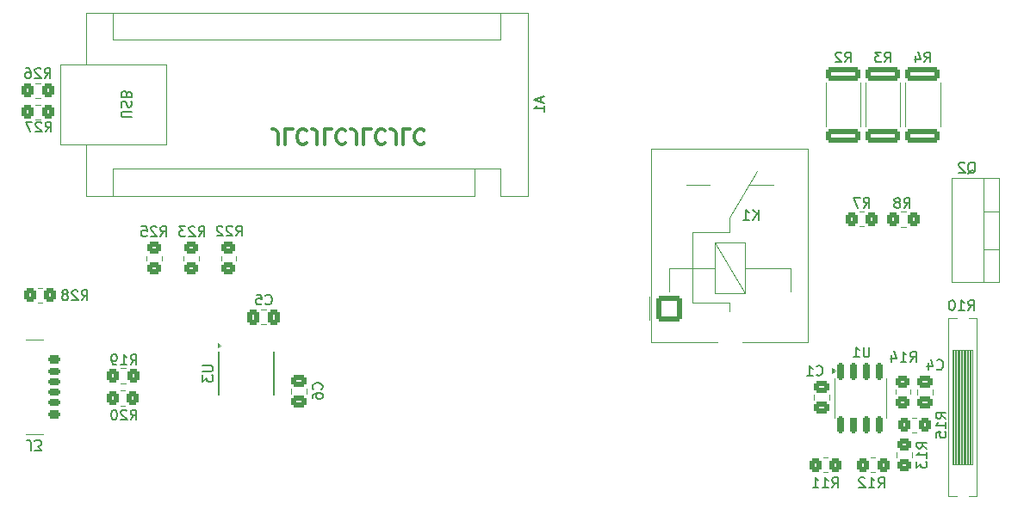
<source format=gbo>
G04 #@! TF.GenerationSoftware,KiCad,Pcbnew,8.0.3*
G04 #@! TF.CreationDate,2024-06-12T20:13:02+02:00*
G04 #@! TF.ProjectId,Li Ion Doctor,4c692049-6f6e-4204-946f-63746f722e6b,1*
G04 #@! TF.SameCoordinates,Original*
G04 #@! TF.FileFunction,Legend,Bot*
G04 #@! TF.FilePolarity,Positive*
%FSLAX46Y46*%
G04 Gerber Fmt 4.6, Leading zero omitted, Abs format (unit mm)*
G04 Created by KiCad (PCBNEW 8.0.3) date 2024-06-12 20:13:02*
%MOMM*%
%LPD*%
G01*
G04 APERTURE LIST*
G04 Aperture macros list*
%AMRoundRect*
0 Rectangle with rounded corners*
0 $1 Rounding radius*
0 $2 $3 $4 $5 $6 $7 $8 $9 X,Y pos of 4 corners*
0 Add a 4 corners polygon primitive as box body*
4,1,4,$2,$3,$4,$5,$6,$7,$8,$9,$2,$3,0*
0 Add four circle primitives for the rounded corners*
1,1,$1+$1,$2,$3*
1,1,$1+$1,$4,$5*
1,1,$1+$1,$6,$7*
1,1,$1+$1,$8,$9*
0 Add four rect primitives between the rounded corners*
20,1,$1+$1,$2,$3,$4,$5,0*
20,1,$1+$1,$4,$5,$6,$7,0*
20,1,$1+$1,$6,$7,$8,$9,0*
20,1,$1+$1,$8,$9,$2,$3,0*%
G04 Aperture macros list end*
%ADD10C,0.300000*%
%ADD11C,0.150000*%
%ADD12C,0.120000*%
%ADD13C,0.152400*%
%ADD14C,2.400000*%
%ADD15R,2.000000X2.000000*%
%ADD16C,2.000000*%
%ADD17R,3.200000X2.000000*%
%ADD18O,1.600000X2.000000*%
%ADD19C,1.524000*%
%ADD20R,2.032000X1.270000*%
%ADD21RoundRect,0.250000X-0.450000X0.350000X-0.450000X-0.350000X0.450000X-0.350000X0.450000X0.350000X0*%
%ADD22RoundRect,0.249999X-1.425001X0.450001X-1.425001X-0.450001X1.425001X-0.450001X1.425001X0.450001X0*%
%ADD23C,2.500000*%
%ADD24RoundRect,0.250000X-0.475000X0.337500X-0.475000X-0.337500X0.475000X-0.337500X0.475000X0.337500X0*%
%ADD25RoundRect,0.250000X0.475000X-0.337500X0.475000X0.337500X-0.475000X0.337500X-0.475000X-0.337500X0*%
%ADD26RoundRect,0.250000X0.337500X0.475000X-0.337500X0.475000X-0.337500X-0.475000X0.337500X-0.475000X0*%
%ADD27RoundRect,0.250000X0.450000X-0.350000X0.450000X0.350000X-0.450000X0.350000X-0.450000X-0.350000X0*%
%ADD28RoundRect,0.250000X-0.350000X-0.450000X0.350000X-0.450000X0.350000X0.450000X-0.350000X0.450000X0*%
%ADD29RoundRect,0.250000X-1.000000X-1.000000X1.000000X-1.000000X1.000000X1.000000X-1.000000X1.000000X0*%
%ADD30R,2.000000X1.905000*%
%ADD31O,2.000000X1.905000*%
%ADD32RoundRect,0.250000X0.350000X0.450000X-0.350000X0.450000X-0.350000X-0.450000X0.350000X-0.450000X0*%
%ADD33RoundRect,0.150000X-0.150000X0.675000X-0.150000X-0.675000X0.150000X-0.675000X0.150000X0.675000X0*%
%ADD34R,0.558800X1.663700*%
%ADD35R,3.403600X2.514600*%
%ADD36R,1.600000X1.600000*%
%ADD37O,1.600000X1.600000*%
%ADD38RoundRect,0.175000X0.425000X-0.175000X0.425000X0.175000X-0.425000X0.175000X-0.425000X-0.175000X0*%
%ADD39RoundRect,0.190000X-0.410000X0.190000X-0.410000X-0.190000X0.410000X-0.190000X0.410000X0.190000X0*%
%ADD40RoundRect,0.200000X-0.400000X0.200000X-0.400000X-0.200000X0.400000X-0.200000X0.400000X0.200000X0*%
%ADD41RoundRect,0.175000X-0.425000X0.175000X-0.425000X-0.175000X0.425000X-0.175000X0.425000X0.175000X0*%
%ADD42RoundRect,0.190000X0.410000X-0.190000X0.410000X0.190000X-0.410000X0.190000X-0.410000X-0.190000X0*%
%ADD43RoundRect,0.200000X0.400000X-0.200000X0.400000X0.200000X-0.400000X0.200000X-0.400000X-0.200000X0*%
%ADD44O,1.700000X1.100000*%
%ADD45C,1.100000*%
G04 APERTURE END LIST*
D10*
X122776082Y-98396971D02*
X122776082Y-97325542D01*
X122776082Y-97325542D02*
X122704653Y-97111257D01*
X122704653Y-97111257D02*
X122561796Y-96968400D01*
X122561796Y-96968400D02*
X122347510Y-96896971D01*
X122347510Y-96896971D02*
X122204653Y-96896971D01*
X124204653Y-96896971D02*
X123490367Y-96896971D01*
X123490367Y-96896971D02*
X123490367Y-98396971D01*
X125561796Y-97039828D02*
X125490368Y-96968400D01*
X125490368Y-96968400D02*
X125276082Y-96896971D01*
X125276082Y-96896971D02*
X125133225Y-96896971D01*
X125133225Y-96896971D02*
X124918939Y-96968400D01*
X124918939Y-96968400D02*
X124776082Y-97111257D01*
X124776082Y-97111257D02*
X124704653Y-97254114D01*
X124704653Y-97254114D02*
X124633225Y-97539828D01*
X124633225Y-97539828D02*
X124633225Y-97754114D01*
X124633225Y-97754114D02*
X124704653Y-98039828D01*
X124704653Y-98039828D02*
X124776082Y-98182685D01*
X124776082Y-98182685D02*
X124918939Y-98325542D01*
X124918939Y-98325542D02*
X125133225Y-98396971D01*
X125133225Y-98396971D02*
X125276082Y-98396971D01*
X125276082Y-98396971D02*
X125490368Y-98325542D01*
X125490368Y-98325542D02*
X125561796Y-98254114D01*
X126633225Y-98396971D02*
X126633225Y-97325542D01*
X126633225Y-97325542D02*
X126561796Y-97111257D01*
X126561796Y-97111257D02*
X126418939Y-96968400D01*
X126418939Y-96968400D02*
X126204653Y-96896971D01*
X126204653Y-96896971D02*
X126061796Y-96896971D01*
X128061796Y-96896971D02*
X127347510Y-96896971D01*
X127347510Y-96896971D02*
X127347510Y-98396971D01*
X129418939Y-97039828D02*
X129347511Y-96968400D01*
X129347511Y-96968400D02*
X129133225Y-96896971D01*
X129133225Y-96896971D02*
X128990368Y-96896971D01*
X128990368Y-96896971D02*
X128776082Y-96968400D01*
X128776082Y-96968400D02*
X128633225Y-97111257D01*
X128633225Y-97111257D02*
X128561796Y-97254114D01*
X128561796Y-97254114D02*
X128490368Y-97539828D01*
X128490368Y-97539828D02*
X128490368Y-97754114D01*
X128490368Y-97754114D02*
X128561796Y-98039828D01*
X128561796Y-98039828D02*
X128633225Y-98182685D01*
X128633225Y-98182685D02*
X128776082Y-98325542D01*
X128776082Y-98325542D02*
X128990368Y-98396971D01*
X128990368Y-98396971D02*
X129133225Y-98396971D01*
X129133225Y-98396971D02*
X129347511Y-98325542D01*
X129347511Y-98325542D02*
X129418939Y-98254114D01*
X130490368Y-98396971D02*
X130490368Y-97325542D01*
X130490368Y-97325542D02*
X130418939Y-97111257D01*
X130418939Y-97111257D02*
X130276082Y-96968400D01*
X130276082Y-96968400D02*
X130061796Y-96896971D01*
X130061796Y-96896971D02*
X129918939Y-96896971D01*
X131918939Y-96896971D02*
X131204653Y-96896971D01*
X131204653Y-96896971D02*
X131204653Y-98396971D01*
X133276082Y-97039828D02*
X133204654Y-96968400D01*
X133204654Y-96968400D02*
X132990368Y-96896971D01*
X132990368Y-96896971D02*
X132847511Y-96896971D01*
X132847511Y-96896971D02*
X132633225Y-96968400D01*
X132633225Y-96968400D02*
X132490368Y-97111257D01*
X132490368Y-97111257D02*
X132418939Y-97254114D01*
X132418939Y-97254114D02*
X132347511Y-97539828D01*
X132347511Y-97539828D02*
X132347511Y-97754114D01*
X132347511Y-97754114D02*
X132418939Y-98039828D01*
X132418939Y-98039828D02*
X132490368Y-98182685D01*
X132490368Y-98182685D02*
X132633225Y-98325542D01*
X132633225Y-98325542D02*
X132847511Y-98396971D01*
X132847511Y-98396971D02*
X132990368Y-98396971D01*
X132990368Y-98396971D02*
X133204654Y-98325542D01*
X133204654Y-98325542D02*
X133276082Y-98254114D01*
X134347511Y-98396971D02*
X134347511Y-97325542D01*
X134347511Y-97325542D02*
X134276082Y-97111257D01*
X134276082Y-97111257D02*
X134133225Y-96968400D01*
X134133225Y-96968400D02*
X133918939Y-96896971D01*
X133918939Y-96896971D02*
X133776082Y-96896971D01*
X135776082Y-96896971D02*
X135061796Y-96896971D01*
X135061796Y-96896971D02*
X135061796Y-98396971D01*
X137133225Y-97039828D02*
X137061797Y-96968400D01*
X137061797Y-96968400D02*
X136847511Y-96896971D01*
X136847511Y-96896971D02*
X136704654Y-96896971D01*
X136704654Y-96896971D02*
X136490368Y-96968400D01*
X136490368Y-96968400D02*
X136347511Y-97111257D01*
X136347511Y-97111257D02*
X136276082Y-97254114D01*
X136276082Y-97254114D02*
X136204654Y-97539828D01*
X136204654Y-97539828D02*
X136204654Y-97754114D01*
X136204654Y-97754114D02*
X136276082Y-98039828D01*
X136276082Y-98039828D02*
X136347511Y-98182685D01*
X136347511Y-98182685D02*
X136490368Y-98325542D01*
X136490368Y-98325542D02*
X136704654Y-98396971D01*
X136704654Y-98396971D02*
X136847511Y-98396971D01*
X136847511Y-98396971D02*
X137061797Y-98325542D01*
X137061797Y-98325542D02*
X137133225Y-98254114D01*
D11*
X186560619Y-128338342D02*
X186084428Y-128005009D01*
X186560619Y-127766914D02*
X185560619Y-127766914D01*
X185560619Y-127766914D02*
X185560619Y-128147866D01*
X185560619Y-128147866D02*
X185608238Y-128243104D01*
X185608238Y-128243104D02*
X185655857Y-128290723D01*
X185655857Y-128290723D02*
X185751095Y-128338342D01*
X185751095Y-128338342D02*
X185893952Y-128338342D01*
X185893952Y-128338342D02*
X185989190Y-128290723D01*
X185989190Y-128290723D02*
X186036809Y-128243104D01*
X186036809Y-128243104D02*
X186084428Y-128147866D01*
X186084428Y-128147866D02*
X186084428Y-127766914D01*
X186560619Y-129290723D02*
X186560619Y-128719295D01*
X186560619Y-129005009D02*
X185560619Y-129005009D01*
X185560619Y-129005009D02*
X185703476Y-128909771D01*
X185703476Y-128909771D02*
X185798714Y-128814533D01*
X185798714Y-128814533D02*
X185846333Y-128719295D01*
X185560619Y-129624057D02*
X185560619Y-130243104D01*
X185560619Y-130243104D02*
X185941571Y-129909771D01*
X185941571Y-129909771D02*
X185941571Y-130052628D01*
X185941571Y-130052628D02*
X185989190Y-130147866D01*
X185989190Y-130147866D02*
X186036809Y-130195485D01*
X186036809Y-130195485D02*
X186132047Y-130243104D01*
X186132047Y-130243104D02*
X186370142Y-130243104D01*
X186370142Y-130243104D02*
X186465380Y-130195485D01*
X186465380Y-130195485D02*
X186513000Y-130147866D01*
X186513000Y-130147866D02*
X186560619Y-130052628D01*
X186560619Y-130052628D02*
X186560619Y-129766914D01*
X186560619Y-129766914D02*
X186513000Y-129671676D01*
X186513000Y-129671676D02*
X186465380Y-129624057D01*
X178525466Y-90320019D02*
X178858799Y-89843828D01*
X179096894Y-90320019D02*
X179096894Y-89320019D01*
X179096894Y-89320019D02*
X178715942Y-89320019D01*
X178715942Y-89320019D02*
X178620704Y-89367638D01*
X178620704Y-89367638D02*
X178573085Y-89415257D01*
X178573085Y-89415257D02*
X178525466Y-89510495D01*
X178525466Y-89510495D02*
X178525466Y-89653352D01*
X178525466Y-89653352D02*
X178573085Y-89748590D01*
X178573085Y-89748590D02*
X178620704Y-89796209D01*
X178620704Y-89796209D02*
X178715942Y-89843828D01*
X178715942Y-89843828D02*
X179096894Y-89843828D01*
X178144513Y-89415257D02*
X178096894Y-89367638D01*
X178096894Y-89367638D02*
X178001656Y-89320019D01*
X178001656Y-89320019D02*
X177763561Y-89320019D01*
X177763561Y-89320019D02*
X177668323Y-89367638D01*
X177668323Y-89367638D02*
X177620704Y-89415257D01*
X177620704Y-89415257D02*
X177573085Y-89510495D01*
X177573085Y-89510495D02*
X177573085Y-89605733D01*
X177573085Y-89605733D02*
X177620704Y-89748590D01*
X177620704Y-89748590D02*
X178192132Y-90320019D01*
X178192132Y-90320019D02*
X177573085Y-90320019D01*
X190634857Y-114729419D02*
X190968190Y-114253228D01*
X191206285Y-114729419D02*
X191206285Y-113729419D01*
X191206285Y-113729419D02*
X190825333Y-113729419D01*
X190825333Y-113729419D02*
X190730095Y-113777038D01*
X190730095Y-113777038D02*
X190682476Y-113824657D01*
X190682476Y-113824657D02*
X190634857Y-113919895D01*
X190634857Y-113919895D02*
X190634857Y-114062752D01*
X190634857Y-114062752D02*
X190682476Y-114157990D01*
X190682476Y-114157990D02*
X190730095Y-114205609D01*
X190730095Y-114205609D02*
X190825333Y-114253228D01*
X190825333Y-114253228D02*
X191206285Y-114253228D01*
X189682476Y-114729419D02*
X190253904Y-114729419D01*
X189968190Y-114729419D02*
X189968190Y-113729419D01*
X189968190Y-113729419D02*
X190063428Y-113872276D01*
X190063428Y-113872276D02*
X190158666Y-113967514D01*
X190158666Y-113967514D02*
X190253904Y-114015133D01*
X189063428Y-113729419D02*
X188968190Y-113729419D01*
X188968190Y-113729419D02*
X188872952Y-113777038D01*
X188872952Y-113777038D02*
X188825333Y-113824657D01*
X188825333Y-113824657D02*
X188777714Y-113919895D01*
X188777714Y-113919895D02*
X188730095Y-114110371D01*
X188730095Y-114110371D02*
X188730095Y-114348466D01*
X188730095Y-114348466D02*
X188777714Y-114538942D01*
X188777714Y-114538942D02*
X188825333Y-114634180D01*
X188825333Y-114634180D02*
X188872952Y-114681800D01*
X188872952Y-114681800D02*
X188968190Y-114729419D01*
X188968190Y-114729419D02*
X189063428Y-114729419D01*
X189063428Y-114729419D02*
X189158666Y-114681800D01*
X189158666Y-114681800D02*
X189206285Y-114634180D01*
X189206285Y-114634180D02*
X189253904Y-114538942D01*
X189253904Y-114538942D02*
X189301523Y-114348466D01*
X189301523Y-114348466D02*
X189301523Y-114110371D01*
X189301523Y-114110371D02*
X189253904Y-113919895D01*
X189253904Y-113919895D02*
X189206285Y-113824657D01*
X189206285Y-113824657D02*
X189158666Y-113777038D01*
X189158666Y-113777038D02*
X189063428Y-113729419D01*
X182411666Y-90320019D02*
X182744999Y-89843828D01*
X182983094Y-90320019D02*
X182983094Y-89320019D01*
X182983094Y-89320019D02*
X182602142Y-89320019D01*
X182602142Y-89320019D02*
X182506904Y-89367638D01*
X182506904Y-89367638D02*
X182459285Y-89415257D01*
X182459285Y-89415257D02*
X182411666Y-89510495D01*
X182411666Y-89510495D02*
X182411666Y-89653352D01*
X182411666Y-89653352D02*
X182459285Y-89748590D01*
X182459285Y-89748590D02*
X182506904Y-89796209D01*
X182506904Y-89796209D02*
X182602142Y-89843828D01*
X182602142Y-89843828D02*
X182983094Y-89843828D01*
X182078332Y-89320019D02*
X181459285Y-89320019D01*
X181459285Y-89320019D02*
X181792618Y-89700971D01*
X181792618Y-89700971D02*
X181649761Y-89700971D01*
X181649761Y-89700971D02*
X181554523Y-89748590D01*
X181554523Y-89748590D02*
X181506904Y-89796209D01*
X181506904Y-89796209D02*
X181459285Y-89891447D01*
X181459285Y-89891447D02*
X181459285Y-90129542D01*
X181459285Y-90129542D02*
X181506904Y-90224780D01*
X181506904Y-90224780D02*
X181554523Y-90272400D01*
X181554523Y-90272400D02*
X181649761Y-90320019D01*
X181649761Y-90320019D02*
X181935475Y-90320019D01*
X181935475Y-90320019D02*
X182030713Y-90272400D01*
X182030713Y-90272400D02*
X182078332Y-90224780D01*
X127054780Y-122515333D02*
X127102400Y-122467714D01*
X127102400Y-122467714D02*
X127150019Y-122324857D01*
X127150019Y-122324857D02*
X127150019Y-122229619D01*
X127150019Y-122229619D02*
X127102400Y-122086762D01*
X127102400Y-122086762D02*
X127007161Y-121991524D01*
X127007161Y-121991524D02*
X126911923Y-121943905D01*
X126911923Y-121943905D02*
X126721447Y-121896286D01*
X126721447Y-121896286D02*
X126578590Y-121896286D01*
X126578590Y-121896286D02*
X126388114Y-121943905D01*
X126388114Y-121943905D02*
X126292876Y-121991524D01*
X126292876Y-121991524D02*
X126197638Y-122086762D01*
X126197638Y-122086762D02*
X126150019Y-122229619D01*
X126150019Y-122229619D02*
X126150019Y-122324857D01*
X126150019Y-122324857D02*
X126197638Y-122467714D01*
X126197638Y-122467714D02*
X126245257Y-122515333D01*
X126150019Y-123372476D02*
X126150019Y-123182000D01*
X126150019Y-123182000D02*
X126197638Y-123086762D01*
X126197638Y-123086762D02*
X126245257Y-123039143D01*
X126245257Y-123039143D02*
X126388114Y-122943905D01*
X126388114Y-122943905D02*
X126578590Y-122896286D01*
X126578590Y-122896286D02*
X126959542Y-122896286D01*
X126959542Y-122896286D02*
X127054780Y-122943905D01*
X127054780Y-122943905D02*
X127102400Y-122991524D01*
X127102400Y-122991524D02*
X127150019Y-123086762D01*
X127150019Y-123086762D02*
X127150019Y-123277238D01*
X127150019Y-123277238D02*
X127102400Y-123372476D01*
X127102400Y-123372476D02*
X127054780Y-123420095D01*
X127054780Y-123420095D02*
X126959542Y-123467714D01*
X126959542Y-123467714D02*
X126721447Y-123467714D01*
X126721447Y-123467714D02*
X126626209Y-123420095D01*
X126626209Y-123420095D02*
X126578590Y-123372476D01*
X126578590Y-123372476D02*
X126530971Y-123277238D01*
X126530971Y-123277238D02*
X126530971Y-123086762D01*
X126530971Y-123086762D02*
X126578590Y-122991524D01*
X126578590Y-122991524D02*
X126626209Y-122943905D01*
X126626209Y-122943905D02*
X126721447Y-122896286D01*
X175706066Y-121085780D02*
X175753685Y-121133400D01*
X175753685Y-121133400D02*
X175896542Y-121181019D01*
X175896542Y-121181019D02*
X175991780Y-121181019D01*
X175991780Y-121181019D02*
X176134637Y-121133400D01*
X176134637Y-121133400D02*
X176229875Y-121038161D01*
X176229875Y-121038161D02*
X176277494Y-120942923D01*
X176277494Y-120942923D02*
X176325113Y-120752447D01*
X176325113Y-120752447D02*
X176325113Y-120609590D01*
X176325113Y-120609590D02*
X176277494Y-120419114D01*
X176277494Y-120419114D02*
X176229875Y-120323876D01*
X176229875Y-120323876D02*
X176134637Y-120228638D01*
X176134637Y-120228638D02*
X175991780Y-120181019D01*
X175991780Y-120181019D02*
X175896542Y-120181019D01*
X175896542Y-120181019D02*
X175753685Y-120228638D01*
X175753685Y-120228638D02*
X175706066Y-120276257D01*
X174753685Y-121181019D02*
X175325113Y-121181019D01*
X175039399Y-121181019D02*
X175039399Y-120181019D01*
X175039399Y-120181019D02*
X175134637Y-120323876D01*
X175134637Y-120323876D02*
X175229875Y-120419114D01*
X175229875Y-120419114D02*
X175325113Y-120466733D01*
X121553266Y-114100780D02*
X121600885Y-114148400D01*
X121600885Y-114148400D02*
X121743742Y-114196019D01*
X121743742Y-114196019D02*
X121838980Y-114196019D01*
X121838980Y-114196019D02*
X121981837Y-114148400D01*
X121981837Y-114148400D02*
X122077075Y-114053161D01*
X122077075Y-114053161D02*
X122124694Y-113957923D01*
X122124694Y-113957923D02*
X122172313Y-113767447D01*
X122172313Y-113767447D02*
X122172313Y-113624590D01*
X122172313Y-113624590D02*
X122124694Y-113434114D01*
X122124694Y-113434114D02*
X122077075Y-113338876D01*
X122077075Y-113338876D02*
X121981837Y-113243638D01*
X121981837Y-113243638D02*
X121838980Y-113196019D01*
X121838980Y-113196019D02*
X121743742Y-113196019D01*
X121743742Y-113196019D02*
X121600885Y-113243638D01*
X121600885Y-113243638D02*
X121553266Y-113291257D01*
X120648504Y-113196019D02*
X121124694Y-113196019D01*
X121124694Y-113196019D02*
X121172313Y-113672209D01*
X121172313Y-113672209D02*
X121124694Y-113624590D01*
X121124694Y-113624590D02*
X121029456Y-113576971D01*
X121029456Y-113576971D02*
X120791361Y-113576971D01*
X120791361Y-113576971D02*
X120696123Y-113624590D01*
X120696123Y-113624590D02*
X120648504Y-113672209D01*
X120648504Y-113672209D02*
X120600885Y-113767447D01*
X120600885Y-113767447D02*
X120600885Y-114005542D01*
X120600885Y-114005542D02*
X120648504Y-114100780D01*
X120648504Y-114100780D02*
X120696123Y-114148400D01*
X120696123Y-114148400D02*
X120791361Y-114196019D01*
X120791361Y-114196019D02*
X121029456Y-114196019D01*
X121029456Y-114196019D02*
X121124694Y-114148400D01*
X121124694Y-114148400D02*
X121172313Y-114100780D01*
X114968257Y-107454619D02*
X115301590Y-106978428D01*
X115539685Y-107454619D02*
X115539685Y-106454619D01*
X115539685Y-106454619D02*
X115158733Y-106454619D01*
X115158733Y-106454619D02*
X115063495Y-106502238D01*
X115063495Y-106502238D02*
X115015876Y-106549857D01*
X115015876Y-106549857D02*
X114968257Y-106645095D01*
X114968257Y-106645095D02*
X114968257Y-106787952D01*
X114968257Y-106787952D02*
X115015876Y-106883190D01*
X115015876Y-106883190D02*
X115063495Y-106930809D01*
X115063495Y-106930809D02*
X115158733Y-106978428D01*
X115158733Y-106978428D02*
X115539685Y-106978428D01*
X114587304Y-106549857D02*
X114539685Y-106502238D01*
X114539685Y-106502238D02*
X114444447Y-106454619D01*
X114444447Y-106454619D02*
X114206352Y-106454619D01*
X114206352Y-106454619D02*
X114111114Y-106502238D01*
X114111114Y-106502238D02*
X114063495Y-106549857D01*
X114063495Y-106549857D02*
X114015876Y-106645095D01*
X114015876Y-106645095D02*
X114015876Y-106740333D01*
X114015876Y-106740333D02*
X114063495Y-106883190D01*
X114063495Y-106883190D02*
X114634923Y-107454619D01*
X114634923Y-107454619D02*
X114015876Y-107454619D01*
X113682542Y-106454619D02*
X113063495Y-106454619D01*
X113063495Y-106454619D02*
X113396828Y-106835571D01*
X113396828Y-106835571D02*
X113253971Y-106835571D01*
X113253971Y-106835571D02*
X113158733Y-106883190D01*
X113158733Y-106883190D02*
X113111114Y-106930809D01*
X113111114Y-106930809D02*
X113063495Y-107026047D01*
X113063495Y-107026047D02*
X113063495Y-107264142D01*
X113063495Y-107264142D02*
X113111114Y-107359380D01*
X113111114Y-107359380D02*
X113158733Y-107407000D01*
X113158733Y-107407000D02*
X113253971Y-107454619D01*
X113253971Y-107454619D02*
X113539685Y-107454619D01*
X113539685Y-107454619D02*
X113634923Y-107407000D01*
X113634923Y-107407000D02*
X113682542Y-107359380D01*
X99893357Y-97165319D02*
X100226690Y-96689128D01*
X100464785Y-97165319D02*
X100464785Y-96165319D01*
X100464785Y-96165319D02*
X100083833Y-96165319D01*
X100083833Y-96165319D02*
X99988595Y-96212938D01*
X99988595Y-96212938D02*
X99940976Y-96260557D01*
X99940976Y-96260557D02*
X99893357Y-96355795D01*
X99893357Y-96355795D02*
X99893357Y-96498652D01*
X99893357Y-96498652D02*
X99940976Y-96593890D01*
X99940976Y-96593890D02*
X99988595Y-96641509D01*
X99988595Y-96641509D02*
X100083833Y-96689128D01*
X100083833Y-96689128D02*
X100464785Y-96689128D01*
X99512404Y-96260557D02*
X99464785Y-96212938D01*
X99464785Y-96212938D02*
X99369547Y-96165319D01*
X99369547Y-96165319D02*
X99131452Y-96165319D01*
X99131452Y-96165319D02*
X99036214Y-96212938D01*
X99036214Y-96212938D02*
X98988595Y-96260557D01*
X98988595Y-96260557D02*
X98940976Y-96355795D01*
X98940976Y-96355795D02*
X98940976Y-96451033D01*
X98940976Y-96451033D02*
X98988595Y-96593890D01*
X98988595Y-96593890D02*
X99560023Y-97165319D01*
X99560023Y-97165319D02*
X98940976Y-97165319D01*
X98607642Y-96165319D02*
X97940976Y-96165319D01*
X97940976Y-96165319D02*
X98369547Y-97165319D01*
X170026494Y-105816819D02*
X170026494Y-104816819D01*
X169455066Y-105816819D02*
X169883637Y-105245390D01*
X169455066Y-104816819D02*
X170026494Y-105388247D01*
X168502685Y-105816819D02*
X169074113Y-105816819D01*
X168788399Y-105816819D02*
X168788399Y-104816819D01*
X168788399Y-104816819D02*
X168883637Y-104959676D01*
X168883637Y-104959676D02*
X168978875Y-105054914D01*
X168978875Y-105054914D02*
X169074113Y-105102533D01*
X190595238Y-101261057D02*
X190690476Y-101213438D01*
X190690476Y-101213438D02*
X190785714Y-101118200D01*
X190785714Y-101118200D02*
X190928571Y-100975342D01*
X190928571Y-100975342D02*
X191023809Y-100927723D01*
X191023809Y-100927723D02*
X191119047Y-100927723D01*
X191071428Y-101165819D02*
X191166666Y-101118200D01*
X191166666Y-101118200D02*
X191261904Y-101022961D01*
X191261904Y-101022961D02*
X191309523Y-100832485D01*
X191309523Y-100832485D02*
X191309523Y-100499152D01*
X191309523Y-100499152D02*
X191261904Y-100308676D01*
X191261904Y-100308676D02*
X191166666Y-100213438D01*
X191166666Y-100213438D02*
X191071428Y-100165819D01*
X191071428Y-100165819D02*
X190880952Y-100165819D01*
X190880952Y-100165819D02*
X190785714Y-100213438D01*
X190785714Y-100213438D02*
X190690476Y-100308676D01*
X190690476Y-100308676D02*
X190642857Y-100499152D01*
X190642857Y-100499152D02*
X190642857Y-100832485D01*
X190642857Y-100832485D02*
X190690476Y-101022961D01*
X190690476Y-101022961D02*
X190785714Y-101118200D01*
X190785714Y-101118200D02*
X190880952Y-101165819D01*
X190880952Y-101165819D02*
X191071428Y-101165819D01*
X190261904Y-100261057D02*
X190214285Y-100213438D01*
X190214285Y-100213438D02*
X190119047Y-100165819D01*
X190119047Y-100165819D02*
X189880952Y-100165819D01*
X189880952Y-100165819D02*
X189785714Y-100213438D01*
X189785714Y-100213438D02*
X189738095Y-100261057D01*
X189738095Y-100261057D02*
X189690476Y-100356295D01*
X189690476Y-100356295D02*
X189690476Y-100451533D01*
X189690476Y-100451533D02*
X189738095Y-100594390D01*
X189738095Y-100594390D02*
X190309523Y-101165819D01*
X190309523Y-101165819D02*
X189690476Y-101165819D01*
X181786257Y-132204619D02*
X182119590Y-131728428D01*
X182357685Y-132204619D02*
X182357685Y-131204619D01*
X182357685Y-131204619D02*
X181976733Y-131204619D01*
X181976733Y-131204619D02*
X181881495Y-131252238D01*
X181881495Y-131252238D02*
X181833876Y-131299857D01*
X181833876Y-131299857D02*
X181786257Y-131395095D01*
X181786257Y-131395095D02*
X181786257Y-131537952D01*
X181786257Y-131537952D02*
X181833876Y-131633190D01*
X181833876Y-131633190D02*
X181881495Y-131680809D01*
X181881495Y-131680809D02*
X181976733Y-131728428D01*
X181976733Y-131728428D02*
X182357685Y-131728428D01*
X180833876Y-132204619D02*
X181405304Y-132204619D01*
X181119590Y-132204619D02*
X181119590Y-131204619D01*
X181119590Y-131204619D02*
X181214828Y-131347476D01*
X181214828Y-131347476D02*
X181310066Y-131442714D01*
X181310066Y-131442714D02*
X181405304Y-131490333D01*
X180452923Y-131299857D02*
X180405304Y-131252238D01*
X180405304Y-131252238D02*
X180310066Y-131204619D01*
X180310066Y-131204619D02*
X180071971Y-131204619D01*
X180071971Y-131204619D02*
X179976733Y-131252238D01*
X179976733Y-131252238D02*
X179929114Y-131299857D01*
X179929114Y-131299857D02*
X179881495Y-131395095D01*
X179881495Y-131395095D02*
X179881495Y-131490333D01*
X179881495Y-131490333D02*
X179929114Y-131633190D01*
X179929114Y-131633190D02*
X180500542Y-132204619D01*
X180500542Y-132204619D02*
X179881495Y-132204619D01*
X184316666Y-104674819D02*
X184649999Y-104198628D01*
X184888094Y-104674819D02*
X184888094Y-103674819D01*
X184888094Y-103674819D02*
X184507142Y-103674819D01*
X184507142Y-103674819D02*
X184411904Y-103722438D01*
X184411904Y-103722438D02*
X184364285Y-103770057D01*
X184364285Y-103770057D02*
X184316666Y-103865295D01*
X184316666Y-103865295D02*
X184316666Y-104008152D01*
X184316666Y-104008152D02*
X184364285Y-104103390D01*
X184364285Y-104103390D02*
X184411904Y-104151009D01*
X184411904Y-104151009D02*
X184507142Y-104198628D01*
X184507142Y-104198628D02*
X184888094Y-104198628D01*
X183745237Y-104103390D02*
X183840475Y-104055771D01*
X183840475Y-104055771D02*
X183888094Y-104008152D01*
X183888094Y-104008152D02*
X183935713Y-103912914D01*
X183935713Y-103912914D02*
X183935713Y-103865295D01*
X183935713Y-103865295D02*
X183888094Y-103770057D01*
X183888094Y-103770057D02*
X183840475Y-103722438D01*
X183840475Y-103722438D02*
X183745237Y-103674819D01*
X183745237Y-103674819D02*
X183554761Y-103674819D01*
X183554761Y-103674819D02*
X183459523Y-103722438D01*
X183459523Y-103722438D02*
X183411904Y-103770057D01*
X183411904Y-103770057D02*
X183364285Y-103865295D01*
X183364285Y-103865295D02*
X183364285Y-103912914D01*
X183364285Y-103912914D02*
X183411904Y-104008152D01*
X183411904Y-104008152D02*
X183459523Y-104055771D01*
X183459523Y-104055771D02*
X183554761Y-104103390D01*
X183554761Y-104103390D02*
X183745237Y-104103390D01*
X183745237Y-104103390D02*
X183840475Y-104151009D01*
X183840475Y-104151009D02*
X183888094Y-104198628D01*
X183888094Y-104198628D02*
X183935713Y-104293866D01*
X183935713Y-104293866D02*
X183935713Y-104484342D01*
X183935713Y-104484342D02*
X183888094Y-104579580D01*
X183888094Y-104579580D02*
X183840475Y-104627200D01*
X183840475Y-104627200D02*
X183745237Y-104674819D01*
X183745237Y-104674819D02*
X183554761Y-104674819D01*
X183554761Y-104674819D02*
X183459523Y-104627200D01*
X183459523Y-104627200D02*
X183411904Y-104579580D01*
X183411904Y-104579580D02*
X183364285Y-104484342D01*
X183364285Y-104484342D02*
X183364285Y-104293866D01*
X183364285Y-104293866D02*
X183411904Y-104198628D01*
X183411904Y-104198628D02*
X183459523Y-104151009D01*
X183459523Y-104151009D02*
X183554761Y-104103390D01*
X99817157Y-91882119D02*
X100150490Y-91405928D01*
X100388585Y-91882119D02*
X100388585Y-90882119D01*
X100388585Y-90882119D02*
X100007633Y-90882119D01*
X100007633Y-90882119D02*
X99912395Y-90929738D01*
X99912395Y-90929738D02*
X99864776Y-90977357D01*
X99864776Y-90977357D02*
X99817157Y-91072595D01*
X99817157Y-91072595D02*
X99817157Y-91215452D01*
X99817157Y-91215452D02*
X99864776Y-91310690D01*
X99864776Y-91310690D02*
X99912395Y-91358309D01*
X99912395Y-91358309D02*
X100007633Y-91405928D01*
X100007633Y-91405928D02*
X100388585Y-91405928D01*
X99436204Y-90977357D02*
X99388585Y-90929738D01*
X99388585Y-90929738D02*
X99293347Y-90882119D01*
X99293347Y-90882119D02*
X99055252Y-90882119D01*
X99055252Y-90882119D02*
X98960014Y-90929738D01*
X98960014Y-90929738D02*
X98912395Y-90977357D01*
X98912395Y-90977357D02*
X98864776Y-91072595D01*
X98864776Y-91072595D02*
X98864776Y-91167833D01*
X98864776Y-91167833D02*
X98912395Y-91310690D01*
X98912395Y-91310690D02*
X99483823Y-91882119D01*
X99483823Y-91882119D02*
X98864776Y-91882119D01*
X98007633Y-90882119D02*
X98198109Y-90882119D01*
X98198109Y-90882119D02*
X98293347Y-90929738D01*
X98293347Y-90929738D02*
X98340966Y-90977357D01*
X98340966Y-90977357D02*
X98436204Y-91120214D01*
X98436204Y-91120214D02*
X98483823Y-91310690D01*
X98483823Y-91310690D02*
X98483823Y-91691642D01*
X98483823Y-91691642D02*
X98436204Y-91786880D01*
X98436204Y-91786880D02*
X98388585Y-91834500D01*
X98388585Y-91834500D02*
X98293347Y-91882119D01*
X98293347Y-91882119D02*
X98102871Y-91882119D01*
X98102871Y-91882119D02*
X98007633Y-91834500D01*
X98007633Y-91834500D02*
X97960014Y-91786880D01*
X97960014Y-91786880D02*
X97912395Y-91691642D01*
X97912395Y-91691642D02*
X97912395Y-91453547D01*
X97912395Y-91453547D02*
X97960014Y-91358309D01*
X97960014Y-91358309D02*
X98007633Y-91310690D01*
X98007633Y-91310690D02*
X98102871Y-91263071D01*
X98102871Y-91263071D02*
X98293347Y-91263071D01*
X98293347Y-91263071D02*
X98388585Y-91310690D01*
X98388585Y-91310690D02*
X98436204Y-91358309D01*
X98436204Y-91358309D02*
X98483823Y-91453547D01*
X180898704Y-118352219D02*
X180898704Y-119161742D01*
X180898704Y-119161742D02*
X180851085Y-119256980D01*
X180851085Y-119256980D02*
X180803466Y-119304600D01*
X180803466Y-119304600D02*
X180708228Y-119352219D01*
X180708228Y-119352219D02*
X180517752Y-119352219D01*
X180517752Y-119352219D02*
X180422514Y-119304600D01*
X180422514Y-119304600D02*
X180374895Y-119256980D01*
X180374895Y-119256980D02*
X180327276Y-119161742D01*
X180327276Y-119161742D02*
X180327276Y-118352219D01*
X179327276Y-119352219D02*
X179898704Y-119352219D01*
X179612990Y-119352219D02*
X179612990Y-118352219D01*
X179612990Y-118352219D02*
X179708228Y-118495076D01*
X179708228Y-118495076D02*
X179803466Y-118590314D01*
X179803466Y-118590314D02*
X179898704Y-118637933D01*
X187542466Y-120501580D02*
X187590085Y-120549200D01*
X187590085Y-120549200D02*
X187732942Y-120596819D01*
X187732942Y-120596819D02*
X187828180Y-120596819D01*
X187828180Y-120596819D02*
X187971037Y-120549200D01*
X187971037Y-120549200D02*
X188066275Y-120453961D01*
X188066275Y-120453961D02*
X188113894Y-120358723D01*
X188113894Y-120358723D02*
X188161513Y-120168247D01*
X188161513Y-120168247D02*
X188161513Y-120025390D01*
X188161513Y-120025390D02*
X188113894Y-119834914D01*
X188113894Y-119834914D02*
X188066275Y-119739676D01*
X188066275Y-119739676D02*
X187971037Y-119644438D01*
X187971037Y-119644438D02*
X187828180Y-119596819D01*
X187828180Y-119596819D02*
X187732942Y-119596819D01*
X187732942Y-119596819D02*
X187590085Y-119644438D01*
X187590085Y-119644438D02*
X187542466Y-119692057D01*
X186685323Y-119930152D02*
X186685323Y-120596819D01*
X186923418Y-119549200D02*
X187161513Y-120263485D01*
X187161513Y-120263485D02*
X186542466Y-120263485D01*
X115357869Y-120174095D02*
X116167392Y-120174095D01*
X116167392Y-120174095D02*
X116262630Y-120221714D01*
X116262630Y-120221714D02*
X116310250Y-120269333D01*
X116310250Y-120269333D02*
X116357869Y-120364571D01*
X116357869Y-120364571D02*
X116357869Y-120555047D01*
X116357869Y-120555047D02*
X116310250Y-120650285D01*
X116310250Y-120650285D02*
X116262630Y-120697904D01*
X116262630Y-120697904D02*
X116167392Y-120745523D01*
X116167392Y-120745523D02*
X115357869Y-120745523D01*
X115357869Y-121126476D02*
X115357869Y-121745523D01*
X115357869Y-121745523D02*
X115738821Y-121412190D01*
X115738821Y-121412190D02*
X115738821Y-121555047D01*
X115738821Y-121555047D02*
X115786440Y-121650285D01*
X115786440Y-121650285D02*
X115834059Y-121697904D01*
X115834059Y-121697904D02*
X115929297Y-121745523D01*
X115929297Y-121745523D02*
X116167392Y-121745523D01*
X116167392Y-121745523D02*
X116262630Y-121697904D01*
X116262630Y-121697904D02*
X116310250Y-121650285D01*
X116310250Y-121650285D02*
X116357869Y-121555047D01*
X116357869Y-121555047D02*
X116357869Y-121269333D01*
X116357869Y-121269333D02*
X116310250Y-121174095D01*
X116310250Y-121174095D02*
X116262630Y-121126476D01*
X108271657Y-125538219D02*
X108604990Y-125062028D01*
X108843085Y-125538219D02*
X108843085Y-124538219D01*
X108843085Y-124538219D02*
X108462133Y-124538219D01*
X108462133Y-124538219D02*
X108366895Y-124585838D01*
X108366895Y-124585838D02*
X108319276Y-124633457D01*
X108319276Y-124633457D02*
X108271657Y-124728695D01*
X108271657Y-124728695D02*
X108271657Y-124871552D01*
X108271657Y-124871552D02*
X108319276Y-124966790D01*
X108319276Y-124966790D02*
X108366895Y-125014409D01*
X108366895Y-125014409D02*
X108462133Y-125062028D01*
X108462133Y-125062028D02*
X108843085Y-125062028D01*
X107890704Y-124633457D02*
X107843085Y-124585838D01*
X107843085Y-124585838D02*
X107747847Y-124538219D01*
X107747847Y-124538219D02*
X107509752Y-124538219D01*
X107509752Y-124538219D02*
X107414514Y-124585838D01*
X107414514Y-124585838D02*
X107366895Y-124633457D01*
X107366895Y-124633457D02*
X107319276Y-124728695D01*
X107319276Y-124728695D02*
X107319276Y-124823933D01*
X107319276Y-124823933D02*
X107366895Y-124966790D01*
X107366895Y-124966790D02*
X107938323Y-125538219D01*
X107938323Y-125538219D02*
X107319276Y-125538219D01*
X106700228Y-124538219D02*
X106604990Y-124538219D01*
X106604990Y-124538219D02*
X106509752Y-124585838D01*
X106509752Y-124585838D02*
X106462133Y-124633457D01*
X106462133Y-124633457D02*
X106414514Y-124728695D01*
X106414514Y-124728695D02*
X106366895Y-124919171D01*
X106366895Y-124919171D02*
X106366895Y-125157266D01*
X106366895Y-125157266D02*
X106414514Y-125347742D01*
X106414514Y-125347742D02*
X106462133Y-125442980D01*
X106462133Y-125442980D02*
X106509752Y-125490600D01*
X106509752Y-125490600D02*
X106604990Y-125538219D01*
X106604990Y-125538219D02*
X106700228Y-125538219D01*
X106700228Y-125538219D02*
X106795466Y-125490600D01*
X106795466Y-125490600D02*
X106843085Y-125442980D01*
X106843085Y-125442980D02*
X106890704Y-125347742D01*
X106890704Y-125347742D02*
X106938323Y-125157266D01*
X106938323Y-125157266D02*
X106938323Y-124919171D01*
X106938323Y-124919171D02*
X106890704Y-124728695D01*
X106890704Y-124728695D02*
X106843085Y-124633457D01*
X106843085Y-124633457D02*
X106795466Y-124585838D01*
X106795466Y-124585838D02*
X106700228Y-124538219D01*
X103455957Y-113751519D02*
X103789290Y-113275328D01*
X104027385Y-113751519D02*
X104027385Y-112751519D01*
X104027385Y-112751519D02*
X103646433Y-112751519D01*
X103646433Y-112751519D02*
X103551195Y-112799138D01*
X103551195Y-112799138D02*
X103503576Y-112846757D01*
X103503576Y-112846757D02*
X103455957Y-112941995D01*
X103455957Y-112941995D02*
X103455957Y-113084852D01*
X103455957Y-113084852D02*
X103503576Y-113180090D01*
X103503576Y-113180090D02*
X103551195Y-113227709D01*
X103551195Y-113227709D02*
X103646433Y-113275328D01*
X103646433Y-113275328D02*
X104027385Y-113275328D01*
X103075004Y-112846757D02*
X103027385Y-112799138D01*
X103027385Y-112799138D02*
X102932147Y-112751519D01*
X102932147Y-112751519D02*
X102694052Y-112751519D01*
X102694052Y-112751519D02*
X102598814Y-112799138D01*
X102598814Y-112799138D02*
X102551195Y-112846757D01*
X102551195Y-112846757D02*
X102503576Y-112941995D01*
X102503576Y-112941995D02*
X102503576Y-113037233D01*
X102503576Y-113037233D02*
X102551195Y-113180090D01*
X102551195Y-113180090D02*
X103122623Y-113751519D01*
X103122623Y-113751519D02*
X102503576Y-113751519D01*
X101932147Y-113180090D02*
X102027385Y-113132471D01*
X102027385Y-113132471D02*
X102075004Y-113084852D01*
X102075004Y-113084852D02*
X102122623Y-112989614D01*
X102122623Y-112989614D02*
X102122623Y-112941995D01*
X102122623Y-112941995D02*
X102075004Y-112846757D01*
X102075004Y-112846757D02*
X102027385Y-112799138D01*
X102027385Y-112799138D02*
X101932147Y-112751519D01*
X101932147Y-112751519D02*
X101741671Y-112751519D01*
X101741671Y-112751519D02*
X101646433Y-112799138D01*
X101646433Y-112799138D02*
X101598814Y-112846757D01*
X101598814Y-112846757D02*
X101551195Y-112941995D01*
X101551195Y-112941995D02*
X101551195Y-112989614D01*
X101551195Y-112989614D02*
X101598814Y-113084852D01*
X101598814Y-113084852D02*
X101646433Y-113132471D01*
X101646433Y-113132471D02*
X101741671Y-113180090D01*
X101741671Y-113180090D02*
X101932147Y-113180090D01*
X101932147Y-113180090D02*
X102027385Y-113227709D01*
X102027385Y-113227709D02*
X102075004Y-113275328D01*
X102075004Y-113275328D02*
X102122623Y-113370566D01*
X102122623Y-113370566D02*
X102122623Y-113561042D01*
X102122623Y-113561042D02*
X102075004Y-113656280D01*
X102075004Y-113656280D02*
X102027385Y-113703900D01*
X102027385Y-113703900D02*
X101932147Y-113751519D01*
X101932147Y-113751519D02*
X101741671Y-113751519D01*
X101741671Y-113751519D02*
X101646433Y-113703900D01*
X101646433Y-113703900D02*
X101598814Y-113656280D01*
X101598814Y-113656280D02*
X101551195Y-113561042D01*
X101551195Y-113561042D02*
X101551195Y-113370566D01*
X101551195Y-113370566D02*
X101598814Y-113275328D01*
X101598814Y-113275328D02*
X101646433Y-113227709D01*
X101646433Y-113227709D02*
X101741671Y-113180090D01*
X177230257Y-132204619D02*
X177563590Y-131728428D01*
X177801685Y-132204619D02*
X177801685Y-131204619D01*
X177801685Y-131204619D02*
X177420733Y-131204619D01*
X177420733Y-131204619D02*
X177325495Y-131252238D01*
X177325495Y-131252238D02*
X177277876Y-131299857D01*
X177277876Y-131299857D02*
X177230257Y-131395095D01*
X177230257Y-131395095D02*
X177230257Y-131537952D01*
X177230257Y-131537952D02*
X177277876Y-131633190D01*
X177277876Y-131633190D02*
X177325495Y-131680809D01*
X177325495Y-131680809D02*
X177420733Y-131728428D01*
X177420733Y-131728428D02*
X177801685Y-131728428D01*
X176277876Y-132204619D02*
X176849304Y-132204619D01*
X176563590Y-132204619D02*
X176563590Y-131204619D01*
X176563590Y-131204619D02*
X176658828Y-131347476D01*
X176658828Y-131347476D02*
X176754066Y-131442714D01*
X176754066Y-131442714D02*
X176849304Y-131490333D01*
X175325495Y-132204619D02*
X175896923Y-132204619D01*
X175611209Y-132204619D02*
X175611209Y-131204619D01*
X175611209Y-131204619D02*
X175706447Y-131347476D01*
X175706447Y-131347476D02*
X175801685Y-131442714D01*
X175801685Y-131442714D02*
X175896923Y-131490333D01*
X184919857Y-119814819D02*
X185253190Y-119338628D01*
X185491285Y-119814819D02*
X185491285Y-118814819D01*
X185491285Y-118814819D02*
X185110333Y-118814819D01*
X185110333Y-118814819D02*
X185015095Y-118862438D01*
X185015095Y-118862438D02*
X184967476Y-118910057D01*
X184967476Y-118910057D02*
X184919857Y-119005295D01*
X184919857Y-119005295D02*
X184919857Y-119148152D01*
X184919857Y-119148152D02*
X184967476Y-119243390D01*
X184967476Y-119243390D02*
X185015095Y-119291009D01*
X185015095Y-119291009D02*
X185110333Y-119338628D01*
X185110333Y-119338628D02*
X185491285Y-119338628D01*
X183967476Y-119814819D02*
X184538904Y-119814819D01*
X184253190Y-119814819D02*
X184253190Y-118814819D01*
X184253190Y-118814819D02*
X184348428Y-118957676D01*
X184348428Y-118957676D02*
X184443666Y-119052914D01*
X184443666Y-119052914D02*
X184538904Y-119100533D01*
X183110333Y-119148152D02*
X183110333Y-119814819D01*
X183348428Y-118767200D02*
X183586523Y-119481485D01*
X183586523Y-119481485D02*
X182967476Y-119481485D01*
X118644457Y-107422619D02*
X118977790Y-106946428D01*
X119215885Y-107422619D02*
X119215885Y-106422619D01*
X119215885Y-106422619D02*
X118834933Y-106422619D01*
X118834933Y-106422619D02*
X118739695Y-106470238D01*
X118739695Y-106470238D02*
X118692076Y-106517857D01*
X118692076Y-106517857D02*
X118644457Y-106613095D01*
X118644457Y-106613095D02*
X118644457Y-106755952D01*
X118644457Y-106755952D02*
X118692076Y-106851190D01*
X118692076Y-106851190D02*
X118739695Y-106898809D01*
X118739695Y-106898809D02*
X118834933Y-106946428D01*
X118834933Y-106946428D02*
X119215885Y-106946428D01*
X118263504Y-106517857D02*
X118215885Y-106470238D01*
X118215885Y-106470238D02*
X118120647Y-106422619D01*
X118120647Y-106422619D02*
X117882552Y-106422619D01*
X117882552Y-106422619D02*
X117787314Y-106470238D01*
X117787314Y-106470238D02*
X117739695Y-106517857D01*
X117739695Y-106517857D02*
X117692076Y-106613095D01*
X117692076Y-106613095D02*
X117692076Y-106708333D01*
X117692076Y-106708333D02*
X117739695Y-106851190D01*
X117739695Y-106851190D02*
X118311123Y-107422619D01*
X118311123Y-107422619D02*
X117692076Y-107422619D01*
X117311123Y-106517857D02*
X117263504Y-106470238D01*
X117263504Y-106470238D02*
X117168266Y-106422619D01*
X117168266Y-106422619D02*
X116930171Y-106422619D01*
X116930171Y-106422619D02*
X116834933Y-106470238D01*
X116834933Y-106470238D02*
X116787314Y-106517857D01*
X116787314Y-106517857D02*
X116739695Y-106613095D01*
X116739695Y-106613095D02*
X116739695Y-106708333D01*
X116739695Y-106708333D02*
X116787314Y-106851190D01*
X116787314Y-106851190D02*
X117358742Y-107422619D01*
X117358742Y-107422619D02*
X116739695Y-107422619D01*
X108271657Y-120102619D02*
X108604990Y-119626428D01*
X108843085Y-120102619D02*
X108843085Y-119102619D01*
X108843085Y-119102619D02*
X108462133Y-119102619D01*
X108462133Y-119102619D02*
X108366895Y-119150238D01*
X108366895Y-119150238D02*
X108319276Y-119197857D01*
X108319276Y-119197857D02*
X108271657Y-119293095D01*
X108271657Y-119293095D02*
X108271657Y-119435952D01*
X108271657Y-119435952D02*
X108319276Y-119531190D01*
X108319276Y-119531190D02*
X108366895Y-119578809D01*
X108366895Y-119578809D02*
X108462133Y-119626428D01*
X108462133Y-119626428D02*
X108843085Y-119626428D01*
X107319276Y-120102619D02*
X107890704Y-120102619D01*
X107604990Y-120102619D02*
X107604990Y-119102619D01*
X107604990Y-119102619D02*
X107700228Y-119245476D01*
X107700228Y-119245476D02*
X107795466Y-119340714D01*
X107795466Y-119340714D02*
X107890704Y-119388333D01*
X106843085Y-120102619D02*
X106652609Y-120102619D01*
X106652609Y-120102619D02*
X106557371Y-120055000D01*
X106557371Y-120055000D02*
X106509752Y-120007380D01*
X106509752Y-120007380D02*
X106414514Y-119864523D01*
X106414514Y-119864523D02*
X106366895Y-119674047D01*
X106366895Y-119674047D02*
X106366895Y-119293095D01*
X106366895Y-119293095D02*
X106414514Y-119197857D01*
X106414514Y-119197857D02*
X106462133Y-119150238D01*
X106462133Y-119150238D02*
X106557371Y-119102619D01*
X106557371Y-119102619D02*
X106747847Y-119102619D01*
X106747847Y-119102619D02*
X106843085Y-119150238D01*
X106843085Y-119150238D02*
X106890704Y-119197857D01*
X106890704Y-119197857D02*
X106938323Y-119293095D01*
X106938323Y-119293095D02*
X106938323Y-119531190D01*
X106938323Y-119531190D02*
X106890704Y-119626428D01*
X106890704Y-119626428D02*
X106843085Y-119674047D01*
X106843085Y-119674047D02*
X106747847Y-119721666D01*
X106747847Y-119721666D02*
X106557371Y-119721666D01*
X106557371Y-119721666D02*
X106462133Y-119674047D01*
X106462133Y-119674047D02*
X106414514Y-119626428D01*
X106414514Y-119626428D02*
X106366895Y-119531190D01*
X180326666Y-104634819D02*
X180659999Y-104158628D01*
X180898094Y-104634819D02*
X180898094Y-103634819D01*
X180898094Y-103634819D02*
X180517142Y-103634819D01*
X180517142Y-103634819D02*
X180421904Y-103682438D01*
X180421904Y-103682438D02*
X180374285Y-103730057D01*
X180374285Y-103730057D02*
X180326666Y-103825295D01*
X180326666Y-103825295D02*
X180326666Y-103968152D01*
X180326666Y-103968152D02*
X180374285Y-104063390D01*
X180374285Y-104063390D02*
X180421904Y-104111009D01*
X180421904Y-104111009D02*
X180517142Y-104158628D01*
X180517142Y-104158628D02*
X180898094Y-104158628D01*
X179993332Y-103634819D02*
X179326666Y-103634819D01*
X179326666Y-103634819D02*
X179755237Y-104634819D01*
X111217457Y-107454619D02*
X111550790Y-106978428D01*
X111788885Y-107454619D02*
X111788885Y-106454619D01*
X111788885Y-106454619D02*
X111407933Y-106454619D01*
X111407933Y-106454619D02*
X111312695Y-106502238D01*
X111312695Y-106502238D02*
X111265076Y-106549857D01*
X111265076Y-106549857D02*
X111217457Y-106645095D01*
X111217457Y-106645095D02*
X111217457Y-106787952D01*
X111217457Y-106787952D02*
X111265076Y-106883190D01*
X111265076Y-106883190D02*
X111312695Y-106930809D01*
X111312695Y-106930809D02*
X111407933Y-106978428D01*
X111407933Y-106978428D02*
X111788885Y-106978428D01*
X110836504Y-106549857D02*
X110788885Y-106502238D01*
X110788885Y-106502238D02*
X110693647Y-106454619D01*
X110693647Y-106454619D02*
X110455552Y-106454619D01*
X110455552Y-106454619D02*
X110360314Y-106502238D01*
X110360314Y-106502238D02*
X110312695Y-106549857D01*
X110312695Y-106549857D02*
X110265076Y-106645095D01*
X110265076Y-106645095D02*
X110265076Y-106740333D01*
X110265076Y-106740333D02*
X110312695Y-106883190D01*
X110312695Y-106883190D02*
X110884123Y-107454619D01*
X110884123Y-107454619D02*
X110265076Y-107454619D01*
X109360314Y-106454619D02*
X109836504Y-106454619D01*
X109836504Y-106454619D02*
X109884123Y-106930809D01*
X109884123Y-106930809D02*
X109836504Y-106883190D01*
X109836504Y-106883190D02*
X109741266Y-106835571D01*
X109741266Y-106835571D02*
X109503171Y-106835571D01*
X109503171Y-106835571D02*
X109407933Y-106883190D01*
X109407933Y-106883190D02*
X109360314Y-106930809D01*
X109360314Y-106930809D02*
X109312695Y-107026047D01*
X109312695Y-107026047D02*
X109312695Y-107264142D01*
X109312695Y-107264142D02*
X109360314Y-107359380D01*
X109360314Y-107359380D02*
X109407933Y-107407000D01*
X109407933Y-107407000D02*
X109503171Y-107454619D01*
X109503171Y-107454619D02*
X109741266Y-107454619D01*
X109741266Y-107454619D02*
X109836504Y-107407000D01*
X109836504Y-107407000D02*
X109884123Y-107359380D01*
X148632104Y-93748314D02*
X148632104Y-94224504D01*
X148917819Y-93653076D02*
X147917819Y-93986409D01*
X147917819Y-93986409D02*
X148917819Y-94319742D01*
X148917819Y-95176885D02*
X148917819Y-94605457D01*
X148917819Y-94891171D02*
X147917819Y-94891171D01*
X147917819Y-94891171D02*
X148060676Y-94795933D01*
X148060676Y-94795933D02*
X148155914Y-94700695D01*
X148155914Y-94700695D02*
X148203533Y-94605457D01*
X108368180Y-95724504D02*
X107558657Y-95724504D01*
X107558657Y-95724504D02*
X107463419Y-95676885D01*
X107463419Y-95676885D02*
X107415800Y-95629266D01*
X107415800Y-95629266D02*
X107368180Y-95534028D01*
X107368180Y-95534028D02*
X107368180Y-95343552D01*
X107368180Y-95343552D02*
X107415800Y-95248314D01*
X107415800Y-95248314D02*
X107463419Y-95200695D01*
X107463419Y-95200695D02*
X107558657Y-95153076D01*
X107558657Y-95153076D02*
X108368180Y-95153076D01*
X107415800Y-94724504D02*
X107368180Y-94581647D01*
X107368180Y-94581647D02*
X107368180Y-94343552D01*
X107368180Y-94343552D02*
X107415800Y-94248314D01*
X107415800Y-94248314D02*
X107463419Y-94200695D01*
X107463419Y-94200695D02*
X107558657Y-94153076D01*
X107558657Y-94153076D02*
X107653895Y-94153076D01*
X107653895Y-94153076D02*
X107749133Y-94200695D01*
X107749133Y-94200695D02*
X107796752Y-94248314D01*
X107796752Y-94248314D02*
X107844371Y-94343552D01*
X107844371Y-94343552D02*
X107891990Y-94534028D01*
X107891990Y-94534028D02*
X107939609Y-94629266D01*
X107939609Y-94629266D02*
X107987228Y-94676885D01*
X107987228Y-94676885D02*
X108082466Y-94724504D01*
X108082466Y-94724504D02*
X108177704Y-94724504D01*
X108177704Y-94724504D02*
X108272942Y-94676885D01*
X108272942Y-94676885D02*
X108320561Y-94629266D01*
X108320561Y-94629266D02*
X108368180Y-94534028D01*
X108368180Y-94534028D02*
X108368180Y-94295933D01*
X108368180Y-94295933D02*
X108320561Y-94153076D01*
X107891990Y-93391171D02*
X107844371Y-93248314D01*
X107844371Y-93248314D02*
X107796752Y-93200695D01*
X107796752Y-93200695D02*
X107701514Y-93153076D01*
X107701514Y-93153076D02*
X107558657Y-93153076D01*
X107558657Y-93153076D02*
X107463419Y-93200695D01*
X107463419Y-93200695D02*
X107415800Y-93248314D01*
X107415800Y-93248314D02*
X107368180Y-93343552D01*
X107368180Y-93343552D02*
X107368180Y-93724504D01*
X107368180Y-93724504D02*
X108368180Y-93724504D01*
X108368180Y-93724504D02*
X108368180Y-93391171D01*
X108368180Y-93391171D02*
X108320561Y-93295933D01*
X108320561Y-93295933D02*
X108272942Y-93248314D01*
X108272942Y-93248314D02*
X108177704Y-93200695D01*
X108177704Y-93200695D02*
X108082466Y-93200695D01*
X108082466Y-93200695D02*
X107987228Y-93248314D01*
X107987228Y-93248314D02*
X107939609Y-93295933D01*
X107939609Y-93295933D02*
X107891990Y-93391171D01*
X107891990Y-93391171D02*
X107891990Y-93724504D01*
X186323266Y-90320019D02*
X186656599Y-89843828D01*
X186894694Y-90320019D02*
X186894694Y-89320019D01*
X186894694Y-89320019D02*
X186513742Y-89320019D01*
X186513742Y-89320019D02*
X186418504Y-89367638D01*
X186418504Y-89367638D02*
X186370885Y-89415257D01*
X186370885Y-89415257D02*
X186323266Y-89510495D01*
X186323266Y-89510495D02*
X186323266Y-89653352D01*
X186323266Y-89653352D02*
X186370885Y-89748590D01*
X186370885Y-89748590D02*
X186418504Y-89796209D01*
X186418504Y-89796209D02*
X186513742Y-89843828D01*
X186513742Y-89843828D02*
X186894694Y-89843828D01*
X185466123Y-89653352D02*
X185466123Y-90320019D01*
X185704218Y-89272400D02*
X185942313Y-89986685D01*
X185942313Y-89986685D02*
X185323266Y-89986685D01*
X98472666Y-128510380D02*
X98472666Y-127796095D01*
X98472666Y-127796095D02*
X98425047Y-127653238D01*
X98425047Y-127653238D02*
X98329809Y-127558000D01*
X98329809Y-127558000D02*
X98186952Y-127510380D01*
X98186952Y-127510380D02*
X98091714Y-127510380D01*
X98853619Y-128510380D02*
X99472666Y-128510380D01*
X99472666Y-128510380D02*
X99139333Y-128129428D01*
X99139333Y-128129428D02*
X99282190Y-128129428D01*
X99282190Y-128129428D02*
X99377428Y-128081809D01*
X99377428Y-128081809D02*
X99425047Y-128034190D01*
X99425047Y-128034190D02*
X99472666Y-127938952D01*
X99472666Y-127938952D02*
X99472666Y-127700857D01*
X99472666Y-127700857D02*
X99425047Y-127605619D01*
X99425047Y-127605619D02*
X99377428Y-127558000D01*
X99377428Y-127558000D02*
X99282190Y-127510380D01*
X99282190Y-127510380D02*
X98996476Y-127510380D01*
X98996476Y-127510380D02*
X98901238Y-127558000D01*
X98901238Y-127558000D02*
X98853619Y-127605619D01*
X188440219Y-125391942D02*
X187964028Y-125058609D01*
X188440219Y-124820514D02*
X187440219Y-124820514D01*
X187440219Y-124820514D02*
X187440219Y-125201466D01*
X187440219Y-125201466D02*
X187487838Y-125296704D01*
X187487838Y-125296704D02*
X187535457Y-125344323D01*
X187535457Y-125344323D02*
X187630695Y-125391942D01*
X187630695Y-125391942D02*
X187773552Y-125391942D01*
X187773552Y-125391942D02*
X187868790Y-125344323D01*
X187868790Y-125344323D02*
X187916409Y-125296704D01*
X187916409Y-125296704D02*
X187964028Y-125201466D01*
X187964028Y-125201466D02*
X187964028Y-124820514D01*
X188440219Y-126344323D02*
X188440219Y-125772895D01*
X188440219Y-126058609D02*
X187440219Y-126058609D01*
X187440219Y-126058609D02*
X187583076Y-125963371D01*
X187583076Y-125963371D02*
X187678314Y-125868133D01*
X187678314Y-125868133D02*
X187725933Y-125772895D01*
X187440219Y-127249085D02*
X187440219Y-126772895D01*
X187440219Y-126772895D02*
X187916409Y-126725276D01*
X187916409Y-126725276D02*
X187868790Y-126772895D01*
X187868790Y-126772895D02*
X187821171Y-126868133D01*
X187821171Y-126868133D02*
X187821171Y-127106228D01*
X187821171Y-127106228D02*
X187868790Y-127201466D01*
X187868790Y-127201466D02*
X187916409Y-127249085D01*
X187916409Y-127249085D02*
X188011647Y-127296704D01*
X188011647Y-127296704D02*
X188249742Y-127296704D01*
X188249742Y-127296704D02*
X188344980Y-127249085D01*
X188344980Y-127249085D02*
X188392600Y-127201466D01*
X188392600Y-127201466D02*
X188440219Y-127106228D01*
X188440219Y-127106228D02*
X188440219Y-126868133D01*
X188440219Y-126868133D02*
X188392600Y-126772895D01*
X188392600Y-126772895D02*
X188344980Y-126725276D01*
D12*
X183592800Y-129192264D02*
X183592800Y-128738136D01*
X185062800Y-129192264D02*
X185062800Y-128738136D01*
X176623400Y-96667064D02*
X176623400Y-92312936D01*
X180043400Y-96667064D02*
X180043400Y-92312936D01*
X188698200Y-115512200D02*
X189478200Y-115512200D01*
X188698200Y-133052200D02*
X188698200Y-115512200D01*
X189068200Y-129922200D02*
X189068200Y-118642200D01*
X189188200Y-129922200D02*
X189188200Y-118642200D01*
X189308200Y-129922200D02*
X189308200Y-118642200D01*
X189428200Y-129922200D02*
X189428200Y-118642200D01*
X189478200Y-133052200D02*
X188698200Y-133052200D01*
X189548200Y-129922200D02*
X189548200Y-118642200D01*
X189668200Y-129922200D02*
X189668200Y-118642200D01*
X189788200Y-129922200D02*
X189788200Y-118642200D01*
X189908200Y-129922200D02*
X189908200Y-118642200D01*
X190028200Y-129922200D02*
X190028200Y-118642200D01*
X190148200Y-129922200D02*
X190148200Y-118642200D01*
X190268200Y-129922200D02*
X190268200Y-118642200D01*
X190388200Y-129922200D02*
X190388200Y-118642200D01*
X190508200Y-129922200D02*
X190508200Y-118642200D01*
X190628200Y-129922200D02*
X190628200Y-118642200D01*
X190658200Y-133052200D02*
X191438200Y-133052200D01*
X190748200Y-129922200D02*
X190748200Y-118642200D01*
X190868200Y-129922200D02*
X190868200Y-118642200D01*
X190988200Y-118642200D02*
X189068200Y-118642200D01*
X190988200Y-129922200D02*
X189068200Y-129922200D01*
X190988200Y-129922200D02*
X190988200Y-118642200D01*
X191438200Y-115512200D02*
X190658200Y-115512200D01*
X191438200Y-133052200D02*
X191438200Y-115512200D01*
X180535000Y-96667064D02*
X180535000Y-92312936D01*
X183955000Y-96667064D02*
X183955000Y-92312936D01*
X124080600Y-122964752D02*
X124080600Y-122442248D01*
X125550600Y-122964752D02*
X125550600Y-122442248D01*
X175464800Y-123026448D02*
X175464800Y-123548952D01*
X176934800Y-123026448D02*
X176934800Y-123548952D01*
X121074548Y-114657200D02*
X121597052Y-114657200D01*
X121074548Y-116127200D02*
X121597052Y-116127200D01*
X113514200Y-109372936D02*
X113514200Y-109827064D01*
X114984200Y-109372936D02*
X114984200Y-109827064D01*
X99391964Y-94476900D02*
X98937836Y-94476900D01*
X99391964Y-95946900D02*
X98937836Y-95946900D01*
X159238400Y-113412000D02*
X159238400Y-115712000D01*
X159478400Y-98852000D02*
X174898400Y-98852000D01*
X159478400Y-117872000D02*
X159478400Y-98862000D01*
X159478400Y-117872000D02*
X165988400Y-117872000D01*
X161188400Y-110562000D02*
X161188400Y-112862000D01*
X161188400Y-110562000D02*
X165688400Y-110562000D01*
X163488400Y-107062000D02*
X167188400Y-107062000D01*
X163488400Y-113962000D02*
X163488400Y-107062000D01*
X163488400Y-113962000D02*
X167188400Y-113962000D01*
X165188400Y-102362000D02*
X162888400Y-102362000D01*
X165688400Y-108062000D02*
X168688400Y-108062000D01*
X165688400Y-113062000D02*
X165688400Y-108062000D01*
X167188400Y-105562000D02*
X167188400Y-107062000D01*
X167188400Y-114862000D02*
X167188400Y-113962000D01*
X168388400Y-117872000D02*
X174898400Y-117872000D01*
X168688400Y-108062000D02*
X168688400Y-113062000D01*
X168688400Y-110562000D02*
X173188400Y-110562000D01*
X168688400Y-113062000D02*
X165688400Y-108062000D01*
X168688400Y-113062000D02*
X165688400Y-113062000D01*
X169188400Y-102362000D02*
X171488400Y-102362000D01*
X169888400Y-101062000D02*
X167188400Y-105562000D01*
X173188400Y-112862000D02*
X173188400Y-110562000D01*
X174898400Y-98852000D02*
X174898400Y-117872000D01*
X189027400Y-101737800D02*
X189027400Y-111977800D01*
X189027400Y-101737800D02*
X193668400Y-101737800D01*
X189027400Y-111977800D02*
X193668400Y-111977800D01*
X192158400Y-101737800D02*
X192158400Y-111977800D01*
X192158400Y-105006800D02*
X193668400Y-105006800D01*
X192158400Y-108707800D02*
X193668400Y-108707800D01*
X193668400Y-101737800D02*
X193668400Y-111977800D01*
X181043336Y-129236800D02*
X181497464Y-129236800D01*
X181043336Y-130706800D02*
X181497464Y-130706800D01*
X184042936Y-105025000D02*
X184497064Y-105025000D01*
X184042936Y-106495000D02*
X184497064Y-106495000D01*
X98937836Y-92368700D02*
X99391964Y-92368700D01*
X98937836Y-93838700D02*
X99391964Y-93838700D01*
X177449800Y-121443200D02*
X177449800Y-123393200D01*
X177449800Y-125343200D02*
X177449800Y-123393200D01*
X182569800Y-121443200D02*
X182569800Y-123393200D01*
X182569800Y-125343200D02*
X182569800Y-123393200D01*
X177544800Y-120693200D02*
X177214800Y-120933200D01*
X177214800Y-120453200D01*
X177544800Y-120693200D01*
G36*
X177544800Y-120693200D02*
G01*
X177214800Y-120933200D01*
X177214800Y-120453200D01*
X177544800Y-120693200D01*
G37*
X185624800Y-122543848D02*
X185624800Y-123066352D01*
X187094800Y-122543848D02*
X187094800Y-123066352D01*
D13*
X116973350Y-118815100D02*
X116973350Y-123056900D01*
X122332750Y-123056900D02*
X122332750Y-118815100D01*
D12*
X117153050Y-118186000D02*
X116823050Y-118426000D01*
X116823050Y-117946000D01*
X117153050Y-118186000D01*
G36*
X117153050Y-118186000D02*
G01*
X116823050Y-118426000D01*
X116823050Y-117946000D01*
X117153050Y-118186000D01*
G37*
X107744864Y-122646600D02*
X107290736Y-122646600D01*
X107744864Y-124116600D02*
X107290736Y-124116600D01*
X99141036Y-112510900D02*
X99595164Y-112510900D01*
X99141036Y-113980900D02*
X99595164Y-113980900D01*
X176360336Y-129236800D02*
X176814464Y-129236800D01*
X176360336Y-130706800D02*
X176814464Y-130706800D01*
X183465800Y-122547136D02*
X183465800Y-123001264D01*
X184935800Y-122547136D02*
X184935800Y-123001264D01*
X117165000Y-109372936D02*
X117165000Y-109827064D01*
X118635000Y-109372936D02*
X118635000Y-109827064D01*
X107763664Y-120462200D02*
X107309536Y-120462200D01*
X107763664Y-121932200D02*
X107309536Y-121932200D01*
X180387064Y-105015000D02*
X179932936Y-105015000D01*
X180387064Y-106485000D02*
X179932936Y-106485000D01*
X109865000Y-109827064D02*
X109865000Y-109372936D01*
X111335000Y-109827064D02*
X111335000Y-109372936D01*
X101343000Y-90522600D02*
X111763000Y-90522600D01*
X101343000Y-98402600D02*
X101343000Y-90522600D01*
X103883000Y-90522600D02*
X103883000Y-85442600D01*
X103883000Y-98402600D02*
X103883000Y-103482600D01*
X103883000Y-103482600D02*
X142113000Y-103482600D01*
X106553000Y-85442600D02*
X106553000Y-88112600D01*
X106553000Y-88112600D02*
X144653000Y-88112600D01*
X106553000Y-100812600D02*
X142113000Y-100812600D01*
X106553000Y-103482600D02*
X106553000Y-100812600D01*
X111763000Y-90522600D02*
X111763000Y-98402600D01*
X111763000Y-98402600D02*
X101343000Y-98402600D01*
X142113000Y-103482600D02*
X142113000Y-100812600D01*
X144653000Y-85442600D02*
X144653000Y-88112600D01*
X144653000Y-100812600D02*
X142113000Y-100812600D01*
X144653000Y-103482600D02*
X144653000Y-100812600D01*
X144653000Y-103482600D02*
X147323000Y-103482600D01*
X147323000Y-85442600D02*
X103883000Y-85442600D01*
X147323000Y-103482600D02*
X147323000Y-85442600D01*
X184446600Y-96667064D02*
X184446600Y-92312936D01*
X187866600Y-96667064D02*
X187866600Y-92312936D01*
X99657200Y-117612400D02*
X97957200Y-117612400D01*
X99657200Y-126952400D02*
X97957200Y-126952400D01*
X185561464Y-125299800D02*
X185107336Y-125299800D01*
X185561464Y-126769800D02*
X185107336Y-126769800D01*
%LPC*%
D14*
X185140600Y-86106000D03*
D15*
X141351000Y-111306600D03*
D16*
X141351000Y-116306600D03*
X141351000Y-113806600D03*
D17*
X148851000Y-108206600D03*
X148851000Y-119406600D03*
D16*
X155851000Y-116306600D03*
X155851000Y-111306600D03*
D14*
X176911000Y-86106000D03*
D18*
X117957600Y-93434600D03*
X120497600Y-93434600D03*
X123037600Y-93434600D03*
X125577600Y-93434600D03*
D19*
X100836100Y-108596700D03*
X100836100Y-106596700D03*
X100836100Y-104596700D03*
X100836100Y-100596700D03*
X98336100Y-108596700D03*
X98336100Y-106596700D03*
X98336100Y-104596700D03*
X98336100Y-100596700D03*
D20*
X99586100Y-98446700D03*
X99586100Y-110746700D03*
D21*
X184327800Y-127965200D03*
X184327800Y-129965200D03*
D22*
X178333400Y-91440000D03*
X178333400Y-97540000D03*
D23*
X190068200Y-116782200D03*
X190068200Y-131782200D03*
D22*
X182245000Y-91440000D03*
X182245000Y-97540000D03*
D24*
X124815600Y-121666000D03*
X124815600Y-123741000D03*
D25*
X176199800Y-124325200D03*
X176199800Y-122250200D03*
D26*
X122373300Y-115392200D03*
X120298300Y-115392200D03*
D27*
X114249200Y-110600000D03*
X114249200Y-108600000D03*
D28*
X98164900Y-95211900D03*
X100164900Y-95211900D03*
D14*
X167188400Y-116562000D03*
X173188400Y-102362000D03*
X161188400Y-102362000D03*
D29*
X161188400Y-114562000D03*
D14*
X173188400Y-114562000D03*
D30*
X190398400Y-109397800D03*
D31*
X190398400Y-106857800D03*
X190398400Y-104317800D03*
D32*
X182270400Y-129971800D03*
X180270400Y-129971800D03*
X185270000Y-105760000D03*
X183270000Y-105760000D03*
X100164900Y-93103700D03*
X98164900Y-93103700D03*
D33*
X178104800Y-120768200D03*
X179374800Y-120768200D03*
X180644800Y-120768200D03*
X181914800Y-120768200D03*
X181914800Y-126018200D03*
X180644800Y-126018200D03*
X179374800Y-126018200D03*
X178104800Y-126018200D03*
D25*
X186359800Y-123842600D03*
X186359800Y-121767600D03*
D34*
X117748050Y-118110250D03*
X119018050Y-118110250D03*
X120288050Y-118110250D03*
X121558050Y-118110250D03*
X121558050Y-123761750D03*
X120288050Y-123761750D03*
X119018050Y-123761750D03*
X117748050Y-123761750D03*
D35*
X119653050Y-120936000D03*
D28*
X106517800Y-123381600D03*
X108517800Y-123381600D03*
D32*
X100368100Y-113245900D03*
X98368100Y-113245900D03*
X177587400Y-129971800D03*
X175587400Y-129971800D03*
D27*
X184200800Y-123774200D03*
X184200800Y-121774200D03*
X117900000Y-110600000D03*
X117900000Y-108600000D03*
D28*
X106536600Y-121197200D03*
X108536600Y-121197200D03*
X179160000Y-105750000D03*
X181160000Y-105750000D03*
D21*
X110600000Y-108600000D03*
X110600000Y-110600000D03*
D36*
X143383000Y-102082600D03*
D37*
X140843000Y-102082600D03*
X138303000Y-102082600D03*
X135763000Y-102082600D03*
X133223000Y-102082600D03*
X130683000Y-102082600D03*
X128143000Y-102082600D03*
X125603000Y-102082600D03*
X123063000Y-102082600D03*
X120523000Y-102082600D03*
X117983000Y-102082600D03*
X115443000Y-102082600D03*
X112903000Y-102082600D03*
X110363000Y-102082600D03*
X107823000Y-102082600D03*
X107823000Y-86842600D03*
X110363000Y-86842600D03*
X112903000Y-86842600D03*
X115443000Y-86842600D03*
X117983000Y-86842600D03*
X120523000Y-86842600D03*
X123063000Y-86842600D03*
X125603000Y-86842600D03*
X128143000Y-86842600D03*
X130683000Y-86842600D03*
X133223000Y-86842600D03*
X135763000Y-86842600D03*
X138303000Y-86842600D03*
X140843000Y-86842600D03*
X143383000Y-86842600D03*
D22*
X186156600Y-91440000D03*
X186156600Y-97540000D03*
D38*
X100787200Y-122782400D03*
D39*
X100787200Y-120762400D03*
D40*
X100787200Y-119532400D03*
D41*
X100787200Y-121782400D03*
D42*
X100787200Y-123802400D03*
D43*
X100787200Y-125032400D03*
D44*
X96907200Y-126602400D03*
X100707200Y-126602400D03*
X96907200Y-117962400D03*
X100707200Y-117962400D03*
D28*
X184334400Y-126034800D03*
X186334400Y-126034800D03*
D45*
X149860000Y-99822000D03*
X132207000Y-119989600D03*
X132207000Y-125958600D03*
X164731700Y-125938200D03*
X184200800Y-120472200D03*
X120243600Y-125476000D03*
X128778000Y-119964200D03*
X168656000Y-120040400D03*
X158699200Y-107899200D03*
X130710000Y-90340000D03*
X128140000Y-88870000D03*
X164312600Y-92193050D03*
X164312600Y-114858800D03*
X126078400Y-115390000D03*
X120500000Y-90500000D03*
X103040000Y-120760000D03*
X124920000Y-115390000D03*
X134112000Y-119507000D03*
X112699800Y-125857000D03*
X112690000Y-124690000D03*
X123750000Y-115390000D03*
X137591800Y-92176600D03*
X176199800Y-126009400D03*
X104216200Y-120751600D03*
X164309800Y-109890000D03*
X158490000Y-121690000D03*
X159660000Y-121690000D03*
X170820000Y-120820000D03*
X171710000Y-119920000D03*
X169930000Y-121710000D03*
X160820100Y-121691400D03*
X183890000Y-107950000D03*
X145872200Y-111683800D03*
X104279700Y-110985300D03*
X112877600Y-95783400D03*
X162064700Y-132491400D03*
X174142400Y-86055200D03*
X182219600Y-98810000D03*
X183550000Y-99230000D03*
X178430000Y-99240000D03*
X187370000Y-98810000D03*
X186120000Y-99240000D03*
X180950000Y-99230000D03*
X179679600Y-98810000D03*
X177200000Y-98810000D03*
X184886600Y-98810000D03*
X130352800Y-112903000D03*
X119030000Y-126740000D03*
X130352800Y-119964200D03*
X176428400Y-109397800D03*
X165989000Y-90017600D03*
X176428400Y-119100600D03*
X177469800Y-110566200D03*
X178485800Y-118694200D03*
X180644800Y-128346200D03*
X180644800Y-122123200D03*
X179374800Y-124790200D03*
%LPD*%
M02*

</source>
